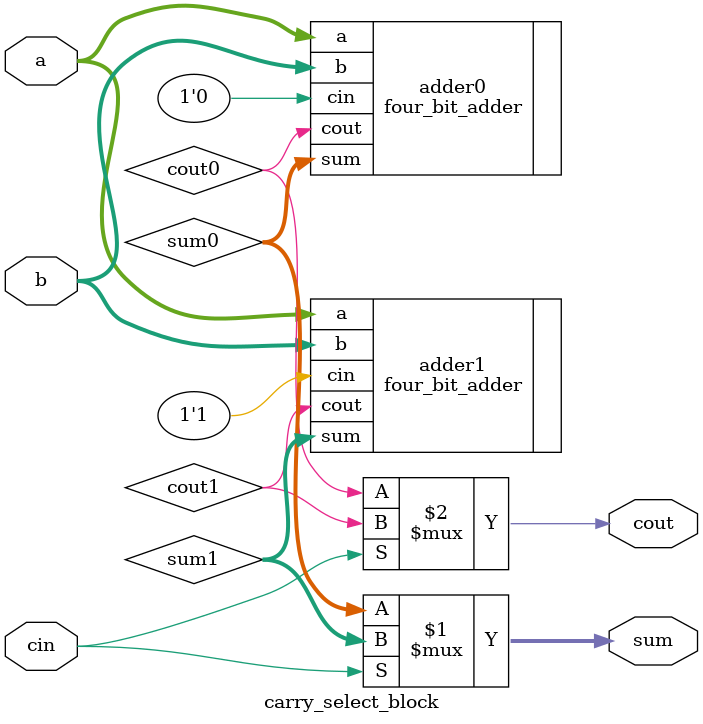
<source format=v>
module carry_select_block (
    input [3:0] a, b,
    input cin,
    output [3:0] sum,
    output cout
);
    wire [3:0] sum0, sum1;
    wire cout0, cout1;

    four_bit_adder adder0 (.a(a), .b(b), .cin(1'b0), .sum(sum0), .cout(cout0));
    four_bit_adder adder1 (.a(a), .b(b), .cin(1'b1), .sum(sum1), .cout(cout1));

    assign sum = cin ? sum1 : sum0;
    assign cout = cin ? cout1 : cout0;
endmodule

</source>
